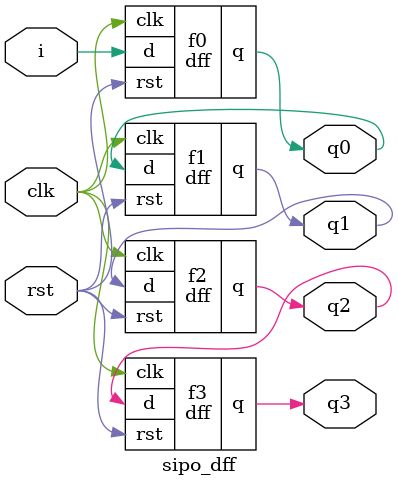
<source format=v>
module dff(input d,clk,rst,output reg q);
always @(posedge clk)begin
if(rst==1)
q<=0;
else
q<=d;
end
endmodule

module sipo_dff(input i,clk,rst,output q0,q1,q2,q3);


dff f0(i,clk,rst,q0);
dff f1(q0,clk,rst,q1);
dff f2(q1,clk,rst,q2);
dff f3(q2,clk,rst,q3);
endmodule


</source>
